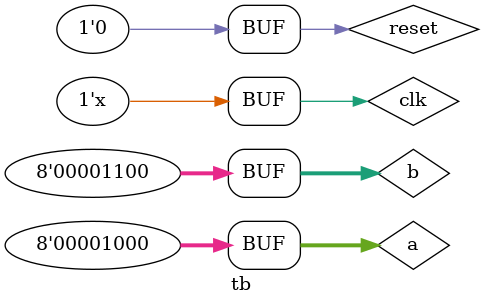
<source format=v>
module adder(
input clk,
input reset,
input [7:0]a_adder,
input [7:0]b_adder,
output reg[7:0]c_adder,
output reg[7:0]d_adder
    ); 
 
 always@(posedge clk)begin
   if(reset)
     c_adder <= 0;
   else
     c_adder <= a_adder + b_adder;
 end
 always@(negedge clk)begin
   if(reset)
     d_adder <= 0;
   else
     d_adder <= b_adder - a_adder;
 end
    
endmodule


module tb();
reg clk;
reg reset;
reg[7:0] a;
reg[7:0] b;
wire[7:0] c;
wire[7:0] d;
adder uut(
  .clk(clk),
  .reset(reset),
  .a_adder(a),
  .b_adder(b),
  .c_adder(c),
  .d_adder(d)
);
initial begin

  clk = 0 ;
  reset = 0 ;
  a = 0 ;
  b = 0 ;
  #10;
  reset = 1 ;
  #10;
  reset = 0;
  #100;
  a = 4;
  b = 7;
  #100;
  a = 8;
  b = 12;
end
  always #5 clk = ~clk;
endmodule

</source>
